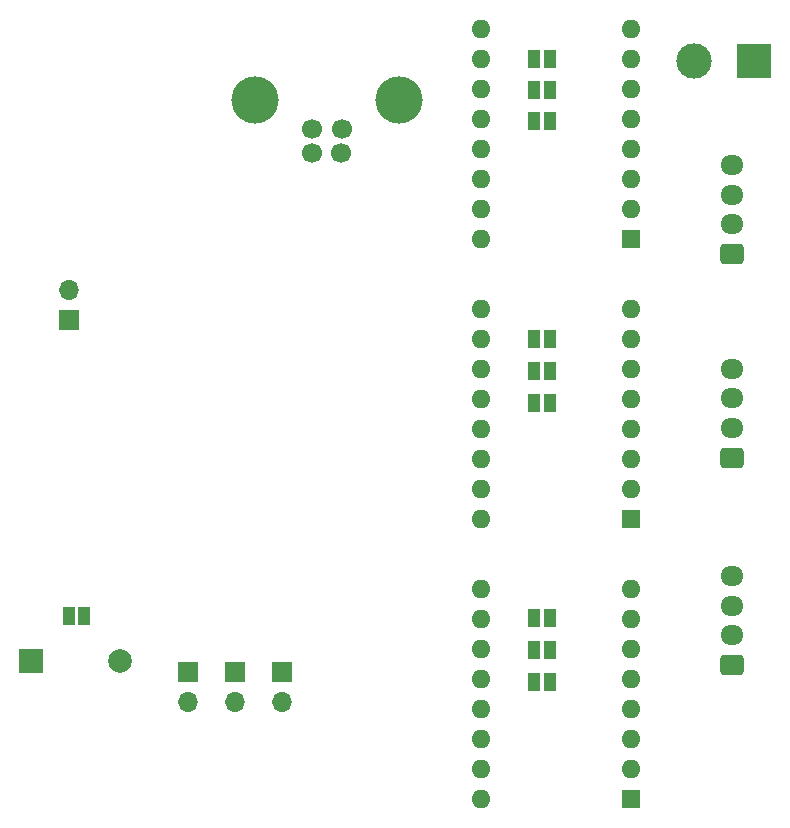
<source format=gbs>
%TF.GenerationSoftware,KiCad,Pcbnew,(6.0.6)*%
%TF.CreationDate,2022-10-10T12:51:25+02:00*%
%TF.ProjectId,startrckr_pcb,73746172-7472-4636-9b72-5f7063622e6b,rev?*%
%TF.SameCoordinates,Original*%
%TF.FileFunction,Soldermask,Bot*%
%TF.FilePolarity,Negative*%
%FSLAX46Y46*%
G04 Gerber Fmt 4.6, Leading zero omitted, Abs format (unit mm)*
G04 Created by KiCad (PCBNEW (6.0.6)) date 2022-10-10 12:51:25*
%MOMM*%
%LPD*%
G01*
G04 APERTURE LIST*
G04 Aperture macros list*
%AMRoundRect*
0 Rectangle with rounded corners*
0 $1 Rounding radius*
0 $2 $3 $4 $5 $6 $7 $8 $9 X,Y pos of 4 corners*
0 Add a 4 corners polygon primitive as box body*
4,1,4,$2,$3,$4,$5,$6,$7,$8,$9,$2,$3,0*
0 Add four circle primitives for the rounded corners*
1,1,$1+$1,$2,$3*
1,1,$1+$1,$4,$5*
1,1,$1+$1,$6,$7*
1,1,$1+$1,$8,$9*
0 Add four rect primitives between the rounded corners*
20,1,$1+$1,$2,$3,$4,$5,0*
20,1,$1+$1,$4,$5,$6,$7,0*
20,1,$1+$1,$6,$7,$8,$9,0*
20,1,$1+$1,$8,$9,$2,$3,0*%
G04 Aperture macros list end*
%ADD10R,1.700000X1.700000*%
%ADD11O,1.700000X1.700000*%
%ADD12RoundRect,0.250000X0.725000X-0.600000X0.725000X0.600000X-0.725000X0.600000X-0.725000X-0.600000X0*%
%ADD13O,1.950000X1.700000*%
%ADD14R,3.000000X3.000000*%
%ADD15C,3.000000*%
%ADD16C,1.700000*%
%ADD17C,4.000000*%
%ADD18R,1.600000X1.600000*%
%ADD19O,1.600000X1.600000*%
%ADD20R,2.000000X2.000000*%
%ADD21C,2.000000*%
%ADD22R,1.000000X1.500000*%
G04 APERTURE END LIST*
D10*
%TO.C,J8*%
X189929056Y-115387290D03*
D11*
X189929056Y-117927290D03*
%TD*%
D10*
%TO.C,J7*%
X185939838Y-115387290D03*
D11*
X185939838Y-117927290D03*
%TD*%
D10*
%TO.C,J5*%
X171902643Y-85602301D03*
D11*
X171902643Y-83062301D03*
%TD*%
D12*
%TO.C,J10*%
X228014114Y-114818165D03*
D13*
X228014114Y-112318165D03*
X228014114Y-109818165D03*
X228014114Y-107318165D03*
%TD*%
D14*
%TO.C,J4*%
X229866490Y-63704601D03*
D15*
X224786490Y-63704601D03*
%TD*%
D10*
%TO.C,J6*%
X181950621Y-115387290D03*
D11*
X181950621Y-117927290D03*
%TD*%
D12*
%TO.C,J2*%
X228014114Y-80026201D03*
D13*
X228014114Y-77526201D03*
X228014114Y-75026201D03*
X228014114Y-72526201D03*
%TD*%
D16*
%TO.C,J1*%
X192474706Y-71470124D03*
X194974706Y-71470124D03*
X195014706Y-69470124D03*
X192474706Y-69470124D03*
D17*
X199824706Y-66970124D03*
X187624706Y-66970124D03*
%TD*%
D18*
%TO.C,A2*%
X219502645Y-102478942D03*
D19*
X219502645Y-99938942D03*
X219502645Y-97398942D03*
X219502645Y-94858942D03*
X219502645Y-92318942D03*
X219502645Y-89778942D03*
X219502645Y-87238942D03*
X219502645Y-84698942D03*
X206802645Y-84698942D03*
X206802645Y-87238942D03*
X206802645Y-89778942D03*
X206802645Y-92318942D03*
X206802645Y-94858942D03*
X206802645Y-97398942D03*
X206802645Y-99938942D03*
X206802645Y-102478942D03*
%TD*%
D18*
%TO.C,A3*%
X219502645Y-126166442D03*
D19*
X219502645Y-123626442D03*
X219502645Y-121086442D03*
X219502645Y-118546442D03*
X219502645Y-116006442D03*
X219502645Y-113466442D03*
X219502645Y-110926442D03*
X219502645Y-108386442D03*
X206802645Y-108386442D03*
X206802645Y-110926442D03*
X206802645Y-113466442D03*
X206802645Y-116006442D03*
X206802645Y-118546442D03*
X206802645Y-121086442D03*
X206802645Y-123626442D03*
X206802645Y-126166442D03*
%TD*%
D12*
%TO.C,J9*%
X228014114Y-97269786D03*
D13*
X228014114Y-94769786D03*
X228014114Y-92269786D03*
X228014114Y-89769786D03*
%TD*%
D18*
%TO.C,A1*%
X219502645Y-78791442D03*
D19*
X219502645Y-76251442D03*
X219502645Y-73711442D03*
X219502645Y-71171442D03*
X219502645Y-68631442D03*
X219502645Y-66091442D03*
X219502645Y-63551442D03*
X219502645Y-61011442D03*
X206802645Y-61011442D03*
X206802645Y-63551442D03*
X206802645Y-66091442D03*
X206802645Y-68631442D03*
X206802645Y-71171442D03*
X206802645Y-73711442D03*
X206802645Y-76251442D03*
X206802645Y-78791442D03*
%TD*%
D20*
%TO.C,BZ1*%
X168655736Y-114467166D03*
D21*
X176255736Y-114467166D03*
%TD*%
D22*
%TO.C,JP7*%
X212592622Y-92620424D03*
X211292622Y-92620424D03*
%TD*%
%TO.C,JP2*%
X212592622Y-66154062D03*
X211292622Y-66154062D03*
%TD*%
%TO.C,JP10*%
X212592622Y-116303824D03*
X211292622Y-116303824D03*
%TD*%
%TO.C,JP4*%
X173174246Y-110690157D03*
X171874246Y-110690157D03*
%TD*%
%TO.C,JP6*%
X212592622Y-89926645D03*
X211292622Y-89926645D03*
%TD*%
%TO.C,JP8*%
X212592622Y-110816486D03*
X211292622Y-110816486D03*
%TD*%
%TO.C,JP9*%
X212592622Y-113560155D03*
X211292622Y-113560155D03*
%TD*%
%TO.C,JP5*%
X212592622Y-87232867D03*
X211292622Y-87232867D03*
%TD*%
%TO.C,JP1*%
X212592622Y-63528515D03*
X211292622Y-63528515D03*
%TD*%
%TO.C,JP3*%
X212592622Y-68779609D03*
X211292622Y-68779609D03*
%TD*%
M02*

</source>
